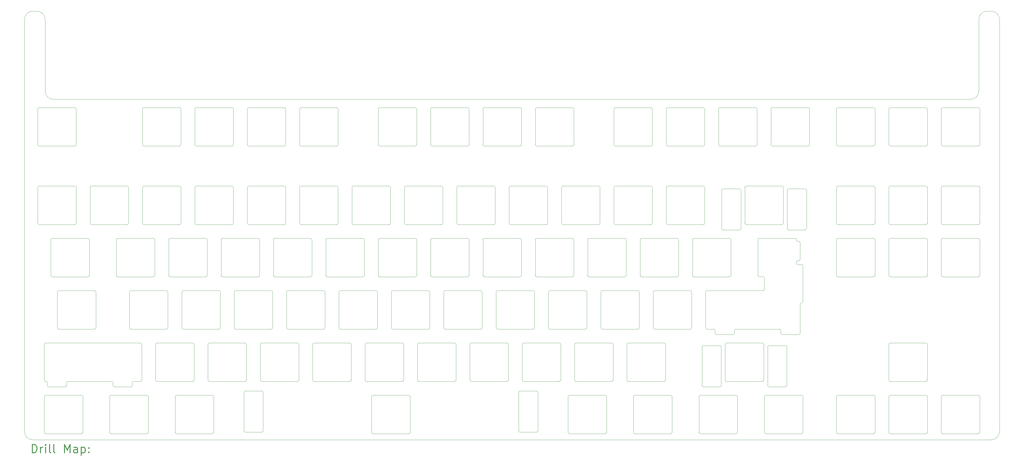
<source format=gbr>
%FSLAX45Y45*%
G04 Gerber Fmt 4.5, Leading zero omitted, Abs format (unit mm)*
G04 Created by KiCad (PCBNEW (5.1.9)-1) date 2021-05-22 18:04:57*
%MOMM*%
%LPD*%
G01*
G04 APERTURE LIST*
%TA.AperFunction,Profile*%
%ADD10C,0.100000*%
%TD*%
%ADD11C,0.200000*%
%ADD12C,0.300000*%
G04 APERTURE END LIST*
D10*
X38202500Y-8878500D02*
G75*
G02*
X37902500Y-9178500I-300000J0D01*
G01*
X38202500Y-6268500D02*
X38202500Y-8878500D01*
X4542500Y-9178500D02*
X37902500Y-9178500D01*
X4542500Y-9178500D02*
G75*
G02*
X4242500Y-8878500I0J300000D01*
G01*
X4242500Y-6268500D02*
X4242500Y-8878500D01*
X3942500Y-5968500D02*
G75*
G02*
X4242500Y-6268500I0J-300000D01*
G01*
X38202500Y-6268500D02*
G75*
G02*
X38502500Y-5968500I300000J0D01*
G01*
X38652500Y-5968500D02*
X38502500Y-5968500D01*
X3792500Y-5968500D02*
X3942500Y-5968500D01*
X38952500Y-6268500D02*
X38952500Y-21278500D01*
X5021075Y-19501000D02*
G75*
G02*
X5071075Y-19451000I50000J0D01*
G01*
X4260875Y-18051000D02*
X7704000Y-18051000D01*
X30997450Y-17596100D02*
X30997450Y-17696000D01*
X31704625Y-16643094D02*
G75*
G02*
X31754625Y-16593094I50000J0D01*
G01*
X29309832Y-17596102D02*
G75*
G02*
X29359832Y-17546102I50000J0D01*
G01*
X29309825Y-17696000D02*
X29309832Y-17596102D01*
X28559732Y-17546102D02*
G75*
G02*
X28609732Y-17596102I0J-50000D01*
G01*
X28609825Y-17696000D02*
X28609732Y-17596102D01*
X30404750Y-16095978D02*
X30404750Y-15687000D01*
X30404750Y-16095978D02*
G75*
G02*
X30354750Y-16145978I-50000J0D01*
G01*
X30354750Y-15637000D02*
X30214750Y-15637000D01*
X30214750Y-15637000D02*
G75*
G02*
X30164750Y-15587000I0J50000D01*
G01*
X30354750Y-15637000D02*
G75*
G02*
X30404750Y-15687000I0J-50000D01*
G01*
X31615000Y-15193500D02*
G75*
G02*
X31565000Y-15143500I0J50000D01*
G01*
X31654625Y-15049700D02*
X31615000Y-15049700D01*
X31565000Y-15099700D02*
G75*
G02*
X31615000Y-15049700I50000J0D01*
G01*
X31615000Y-14350000D02*
G75*
G02*
X31565000Y-14300000I0J50000D01*
G01*
X31565000Y-15143500D02*
X31565000Y-15099700D01*
X31515000Y-14238000D02*
G75*
G02*
X31565000Y-14288000I0J-50000D01*
G01*
X30164750Y-15587000D02*
X30165000Y-14288000D01*
X31565000Y-14288000D02*
X31565000Y-14300000D01*
X30215000Y-14238000D02*
X31515000Y-14238000D01*
X7408675Y-19501000D02*
G75*
G02*
X7458675Y-19451000I50000J0D01*
G01*
X7704000Y-19451000D02*
X7458675Y-19451000D01*
X7408675Y-19601000D02*
X7408675Y-19501000D01*
X6708675Y-19501000D02*
X6708675Y-19601000D01*
X6658675Y-19451000D02*
G75*
G02*
X6708675Y-19501000I0J-50000D01*
G01*
X6658675Y-19451000D02*
X5071075Y-19451000D01*
X5021075Y-19601000D02*
X5021075Y-19501000D01*
X4321075Y-19501000D02*
X4321075Y-19601000D01*
X4260875Y-19451000D02*
X4271075Y-19451000D01*
X4271075Y-19451000D02*
G75*
G02*
X4321075Y-19501000I0J-50000D01*
G01*
X4371075Y-19651000D02*
X4971075Y-19651000D01*
X29309825Y-17696000D02*
G75*
G02*
X29259825Y-17746000I-50000J0D01*
G01*
X31704625Y-17695924D02*
G75*
G02*
X31654625Y-17745924I-50000J0D01*
G01*
X6758675Y-19651000D02*
G75*
G02*
X6708675Y-19601000I0J50000D01*
G01*
X7408675Y-19601000D02*
G75*
G02*
X7358675Y-19651000I-50000J0D01*
G01*
X28659825Y-17746000D02*
X29259825Y-17746000D01*
X6758675Y-19651000D02*
X7358675Y-19651000D01*
X31047425Y-17746000D02*
G75*
G02*
X30997425Y-17696000I0J50000D01*
G01*
X5021075Y-19601000D02*
G75*
G02*
X4971075Y-19651000I-50000J0D01*
G01*
X4371075Y-19651000D02*
G75*
G02*
X4321075Y-19601000I0J50000D01*
G01*
X28659825Y-17746000D02*
G75*
G02*
X28609825Y-17696000I0J50000D01*
G01*
X30947450Y-17546100D02*
G75*
G02*
X30997450Y-17596100I0J-50000D01*
G01*
X31047610Y-17745962D02*
X31654625Y-17745924D01*
X29359832Y-17546102D02*
X30947450Y-17546100D01*
X31654625Y-14349700D02*
X31615000Y-14350000D01*
X27785250Y-14291000D02*
G75*
G02*
X27835250Y-14241000I50000J0D01*
G01*
X29185250Y-15591000D02*
G75*
G02*
X29135250Y-15641000I-50000J0D01*
G01*
X34929000Y-14291000D02*
X34929000Y-15591000D01*
X34424000Y-15591000D02*
G75*
G02*
X34374000Y-15641000I-50000J0D01*
G01*
X31704625Y-16643094D02*
X31704625Y-17695924D01*
X36329000Y-15591000D02*
G75*
G02*
X36279000Y-15641000I-50000J0D01*
G01*
X30165000Y-14288000D02*
G75*
G02*
X30215000Y-14238000I50000J0D01*
G01*
X31754625Y-15193500D02*
X31615000Y-15193500D01*
X36279000Y-14241000D02*
G75*
G02*
X36329000Y-14291000I0J-50000D01*
G01*
X36329000Y-14291000D02*
X36329000Y-15591000D01*
X31654625Y-14349700D02*
G75*
G02*
X31704625Y-14399700I0J-50000D01*
G01*
X31704625Y-14399700D02*
X31704625Y-14999700D01*
X31804625Y-16543094D02*
G75*
G02*
X31754625Y-16593094I-50000J0D01*
G01*
X34424000Y-14291000D02*
X34424000Y-15591000D01*
X33074000Y-15641000D02*
X34374000Y-15641000D01*
X31704625Y-14999700D02*
G75*
G02*
X31654625Y-15049700I-50000J0D01*
G01*
X31804625Y-15243500D02*
X31804625Y-16543094D01*
X29135250Y-14241000D02*
G75*
G02*
X29185250Y-14291000I0J-50000D01*
G01*
X34929000Y-14291000D02*
G75*
G02*
X34979000Y-14241000I50000J0D01*
G01*
X27835250Y-15641000D02*
G75*
G02*
X27785250Y-15591000I0J50000D01*
G01*
X33074000Y-15641000D02*
G75*
G02*
X33024000Y-15591000I0J50000D01*
G01*
X31754625Y-15193500D02*
G75*
G02*
X31804625Y-15243500I0J-50000D01*
G01*
X34979000Y-15641000D02*
X36279000Y-15641000D01*
X33024000Y-14291000D02*
X33024000Y-15591000D01*
X36884000Y-14241000D02*
X38184000Y-14241000D01*
X36884000Y-15641000D02*
G75*
G02*
X36834000Y-15591000I0J50000D01*
G01*
X38184000Y-14241000D02*
G75*
G02*
X38234000Y-14291000I0J-50000D01*
G01*
X34374000Y-14241000D02*
G75*
G02*
X34424000Y-14291000I0J-50000D01*
G01*
X36834000Y-14291000D02*
G75*
G02*
X36884000Y-14241000I50000J0D01*
G01*
X34979000Y-15641000D02*
G75*
G02*
X34929000Y-15591000I0J50000D01*
G01*
X38234000Y-14291000D02*
X38234000Y-15591000D01*
X33074000Y-14241000D02*
X34374000Y-14241000D01*
X36834000Y-14291000D02*
X36834000Y-15591000D01*
X36884000Y-15641000D02*
X38184000Y-15641000D01*
X34979000Y-14241000D02*
X36279000Y-14241000D01*
X33024000Y-14291000D02*
G75*
G02*
X33074000Y-14241000I50000J0D01*
G01*
X27230250Y-14241000D02*
G75*
G02*
X27280250Y-14291000I0J-50000D01*
G01*
X20215250Y-15641000D02*
X21515250Y-15641000D01*
X18260250Y-14291000D02*
G75*
G02*
X18310250Y-14241000I50000J0D01*
G01*
X25880250Y-14291000D02*
X25880250Y-15591000D01*
X19610250Y-14241000D02*
G75*
G02*
X19660250Y-14291000I0J-50000D01*
G01*
X19660250Y-14291000D02*
X19660250Y-15591000D01*
X16355250Y-14291000D02*
G75*
G02*
X16405250Y-14241000I50000J0D01*
G01*
X16405250Y-14241000D02*
X17705250Y-14241000D01*
X20165250Y-14291000D02*
X20165250Y-15591000D01*
X20215250Y-15641000D02*
G75*
G02*
X20165250Y-15591000I0J50000D01*
G01*
X17705250Y-14241000D02*
G75*
G02*
X17755250Y-14291000I0J-50000D01*
G01*
X24025250Y-14241000D02*
X25325250Y-14241000D01*
X25930250Y-15641000D02*
G75*
G02*
X25880250Y-15591000I0J50000D01*
G01*
X27835250Y-14241000D02*
X29135250Y-14241000D01*
X20165250Y-14291000D02*
G75*
G02*
X20215250Y-14241000I50000J0D01*
G01*
X16405250Y-15641000D02*
G75*
G02*
X16355250Y-15591000I0J50000D01*
G01*
X25930250Y-14241000D02*
X27230250Y-14241000D01*
X23420250Y-14241000D02*
G75*
G02*
X23470250Y-14291000I0J-50000D01*
G01*
X14450250Y-14291000D02*
G75*
G02*
X14500250Y-14241000I50000J0D01*
G01*
X16355250Y-14291000D02*
X16355250Y-15591000D01*
X12545250Y-14291000D02*
G75*
G02*
X12595250Y-14241000I50000J0D01*
G01*
X15850250Y-15591000D02*
G75*
G02*
X15800250Y-15641000I-50000J0D01*
G01*
X16405250Y-15641000D02*
X17705250Y-15641000D01*
X27280250Y-14291000D02*
X27280250Y-15591000D01*
X21565250Y-15591000D02*
G75*
G02*
X21515250Y-15641000I-50000J0D01*
G01*
X14500250Y-14241000D02*
X15800250Y-14241000D01*
X21565250Y-14291000D02*
X21565250Y-15591000D01*
X18310250Y-15641000D02*
G75*
G02*
X18260250Y-15591000I0J50000D01*
G01*
X20215250Y-14241000D02*
X21515250Y-14241000D01*
X12595250Y-15641000D02*
G75*
G02*
X12545250Y-15591000I0J50000D01*
G01*
X27785250Y-14291000D02*
X27785250Y-15591000D01*
X14500250Y-15641000D02*
X15800250Y-15641000D01*
X23470250Y-14291000D02*
X23470250Y-15591000D01*
X25880250Y-14291000D02*
G75*
G02*
X25930250Y-14241000I50000J0D01*
G01*
X25930250Y-15641000D02*
X27230250Y-15641000D01*
X25375250Y-15591000D02*
G75*
G02*
X25325250Y-15641000I-50000J0D01*
G01*
X24025250Y-15641000D02*
G75*
G02*
X23975250Y-15591000I0J50000D01*
G01*
X13895250Y-14241000D02*
G75*
G02*
X13945250Y-14291000I0J-50000D01*
G01*
X25325250Y-14241000D02*
G75*
G02*
X25375250Y-14291000I0J-50000D01*
G01*
X14500250Y-15641000D02*
G75*
G02*
X14450250Y-15591000I0J50000D01*
G01*
X22120250Y-15641000D02*
X23420250Y-15641000D01*
X21515250Y-14241000D02*
G75*
G02*
X21565250Y-14291000I0J-50000D01*
G01*
X23975250Y-14291000D02*
G75*
G02*
X24025250Y-14241000I50000J0D01*
G01*
X25375250Y-14291000D02*
X25375250Y-15591000D01*
X19660250Y-15591000D02*
G75*
G02*
X19610250Y-15641000I-50000J0D01*
G01*
X23975250Y-14291000D02*
X23975250Y-15591000D01*
X24025250Y-15641000D02*
X25325250Y-15641000D01*
X23470250Y-15591000D02*
G75*
G02*
X23420250Y-15641000I-50000J0D01*
G01*
X18260250Y-14291000D02*
X18260250Y-15591000D01*
X17755250Y-15591000D02*
G75*
G02*
X17705250Y-15641000I-50000J0D01*
G01*
X17755250Y-14291000D02*
X17755250Y-15591000D01*
X22120250Y-15641000D02*
G75*
G02*
X22070250Y-15591000I0J50000D01*
G01*
X22070250Y-14291000D02*
X22070250Y-15591000D01*
X22120250Y-14241000D02*
X23420250Y-14241000D01*
X15800250Y-14241000D02*
G75*
G02*
X15850250Y-14291000I0J-50000D01*
G01*
X15850250Y-14291000D02*
X15850250Y-15591000D01*
X13945250Y-15591000D02*
G75*
G02*
X13895250Y-15641000I-50000J0D01*
G01*
X18310250Y-14241000D02*
X19610250Y-14241000D01*
X29185250Y-14291000D02*
X29185250Y-15591000D01*
X14450250Y-14291000D02*
X14450250Y-15591000D01*
X27835250Y-15641000D02*
X29135250Y-15641000D01*
X18310250Y-15641000D02*
X19610250Y-15641000D01*
X22070250Y-14291000D02*
G75*
G02*
X22120250Y-14241000I50000J0D01*
G01*
X27280250Y-15591000D02*
G75*
G02*
X27230250Y-15641000I-50000J0D01*
G01*
X12040250Y-15591000D02*
G75*
G02*
X11990250Y-15641000I-50000J0D01*
G01*
X34979000Y-13736000D02*
G75*
G02*
X34929000Y-13686000I0J50000D01*
G01*
X10690250Y-15641000D02*
G75*
G02*
X10640250Y-15591000I0J50000D01*
G01*
X11990250Y-14241000D02*
G75*
G02*
X12040250Y-14291000I0J-50000D01*
G01*
X10640250Y-14291000D02*
G75*
G02*
X10690250Y-14241000I50000J0D01*
G01*
X6880250Y-15641000D02*
X8180250Y-15641000D01*
X34979000Y-13736000D02*
X36279000Y-13736000D01*
X5799000Y-14241000D02*
G75*
G02*
X5849000Y-14291000I0J-50000D01*
G01*
X12040250Y-14291000D02*
X12040250Y-15591000D01*
X8180250Y-14241000D02*
G75*
G02*
X8230250Y-14291000I0J-50000D01*
G01*
X6830250Y-14291000D02*
X6830250Y-15591000D01*
X10640250Y-14291000D02*
X10640250Y-15591000D01*
X36329000Y-13686000D02*
G75*
G02*
X36279000Y-13736000I-50000J0D01*
G01*
X10690250Y-15641000D02*
X11990250Y-15641000D01*
X8785250Y-15641000D02*
G75*
G02*
X8735250Y-15591000I0J50000D01*
G01*
X10135250Y-14291000D02*
X10135250Y-15591000D01*
X5849000Y-15591000D02*
G75*
G02*
X5799000Y-15641000I-50000J0D01*
G01*
X4499000Y-15641000D02*
X5799000Y-15641000D01*
X34979000Y-12336000D02*
X36279000Y-12336000D01*
X4499000Y-15641000D02*
G75*
G02*
X4449000Y-15591000I0J50000D01*
G01*
X36884000Y-13736000D02*
X38184000Y-13736000D01*
X4449000Y-14291000D02*
G75*
G02*
X4499000Y-14241000I50000J0D01*
G01*
X34424000Y-12386000D02*
X34424000Y-13686000D01*
X33074000Y-12336000D02*
X34374000Y-12336000D01*
X10690250Y-14241000D02*
X11990250Y-14241000D01*
X38184000Y-12336000D02*
G75*
G02*
X38234000Y-12386000I0J-50000D01*
G01*
X10135250Y-15591000D02*
G75*
G02*
X10085250Y-15641000I-50000J0D01*
G01*
X34424000Y-13686000D02*
G75*
G02*
X34374000Y-13736000I-50000J0D01*
G01*
X6880250Y-15641000D02*
G75*
G02*
X6830250Y-15591000I0J50000D01*
G01*
X38234000Y-12386000D02*
X38234000Y-13686000D01*
X10085250Y-14241000D02*
G75*
G02*
X10135250Y-14291000I0J-50000D01*
G01*
X36884000Y-13736000D02*
G75*
G02*
X36834000Y-13686000I0J50000D01*
G01*
X36884000Y-12336000D02*
X38184000Y-12336000D01*
X8785250Y-15641000D02*
X10085250Y-15641000D01*
X8230250Y-14291000D02*
X8230250Y-15591000D01*
X8230250Y-15591000D02*
G75*
G02*
X8180250Y-15641000I-50000J0D01*
G01*
X36834000Y-12386000D02*
X36834000Y-13686000D01*
X28846450Y-12486000D02*
G75*
G02*
X28896450Y-12436000I50000J0D01*
G01*
X8785250Y-14241000D02*
X10085250Y-14241000D01*
X5849000Y-14291000D02*
X5849000Y-15591000D01*
X36279000Y-12336000D02*
G75*
G02*
X36329000Y-12386000I0J-50000D01*
G01*
X33024000Y-12386000D02*
G75*
G02*
X33074000Y-12336000I50000J0D01*
G01*
X28896450Y-13936000D02*
G75*
G02*
X28846450Y-13886000I0J50000D01*
G01*
X29496450Y-12436000D02*
G75*
G02*
X29546450Y-12486000I0J-50000D01*
G01*
X33074000Y-13736000D02*
G75*
G02*
X33024000Y-13686000I0J50000D01*
G01*
X33024000Y-12386000D02*
X33024000Y-13686000D01*
X34929000Y-12386000D02*
G75*
G02*
X34979000Y-12336000I50000J0D01*
G01*
X8735250Y-14291000D02*
G75*
G02*
X8785250Y-14241000I50000J0D01*
G01*
X6830250Y-14291000D02*
G75*
G02*
X6880250Y-14241000I50000J0D01*
G01*
X6880250Y-14241000D02*
X8180250Y-14241000D01*
X33074000Y-13736000D02*
X34374000Y-13736000D01*
X36329000Y-12386000D02*
X36329000Y-13686000D01*
X8735250Y-14291000D02*
X8735250Y-15591000D01*
X4449000Y-14291000D02*
X4449000Y-15591000D01*
X4499000Y-14241000D02*
X5799000Y-14241000D01*
X36834000Y-12386000D02*
G75*
G02*
X36884000Y-12336000I50000J0D01*
G01*
X34374000Y-12336000D02*
G75*
G02*
X34424000Y-12386000I0J-50000D01*
G01*
X38234000Y-13686000D02*
G75*
G02*
X38184000Y-13736000I-50000J0D01*
G01*
X29546450Y-13886000D02*
G75*
G02*
X29496450Y-13936000I-50000J0D01*
G01*
X34929000Y-12386000D02*
X34929000Y-13686000D01*
X13945250Y-14291000D02*
X13945250Y-15591000D01*
X12545250Y-14291000D02*
X12545250Y-15591000D01*
X12595250Y-15641000D02*
X13895250Y-15641000D01*
X12595250Y-14241000D02*
X13895250Y-14241000D01*
X21117750Y-12386000D02*
G75*
G02*
X21167750Y-12336000I50000J0D01*
G01*
X23022750Y-12386000D02*
G75*
G02*
X23072750Y-12336000I50000J0D01*
G01*
X21117750Y-12386000D02*
X21117750Y-13686000D01*
X23072750Y-13736000D02*
X24372750Y-13736000D01*
X29740250Y-12336000D02*
X31040250Y-12336000D01*
X20612750Y-13686000D02*
G75*
G02*
X20562750Y-13736000I-50000J0D01*
G01*
X26327750Y-13686000D02*
G75*
G02*
X26277750Y-13736000I-50000J0D01*
G01*
X26327750Y-12386000D02*
X26327750Y-13686000D01*
X26882750Y-12336000D02*
X28182750Y-12336000D01*
X26277750Y-12336000D02*
G75*
G02*
X26327750Y-12386000I0J-50000D01*
G01*
X21167750Y-13736000D02*
G75*
G02*
X21117750Y-13686000I0J50000D01*
G01*
X18657750Y-12336000D02*
G75*
G02*
X18707750Y-12386000I0J-50000D01*
G01*
X22517750Y-12386000D02*
X22517750Y-13686000D01*
X28896450Y-12436000D02*
X29496450Y-12436000D01*
X31234050Y-12486000D02*
G75*
G02*
X31284050Y-12436000I50000J0D01*
G01*
X31284050Y-12436000D02*
X31884050Y-12436000D01*
X31090250Y-12386000D02*
X31090250Y-13686000D01*
X24422750Y-13686000D02*
G75*
G02*
X24372750Y-13736000I-50000J0D01*
G01*
X20562750Y-12336000D02*
G75*
G02*
X20612750Y-12386000I0J-50000D01*
G01*
X29740250Y-13736000D02*
G75*
G02*
X29690250Y-13686000I0J50000D01*
G01*
X29740250Y-13736000D02*
X31040250Y-13736000D01*
X28232750Y-12386000D02*
X28232750Y-13686000D01*
X26882750Y-13736000D02*
X28182750Y-13736000D01*
X24977750Y-13736000D02*
G75*
G02*
X24927750Y-13686000I0J50000D01*
G01*
X22467750Y-12336000D02*
G75*
G02*
X22517750Y-12386000I0J-50000D01*
G01*
X21167750Y-12336000D02*
X22467750Y-12336000D01*
X24927750Y-12386000D02*
X24927750Y-13686000D01*
X24977750Y-12336000D02*
X26277750Y-12336000D01*
X28182750Y-12336000D02*
G75*
G02*
X28232750Y-12386000I0J-50000D01*
G01*
X23072750Y-13736000D02*
G75*
G02*
X23022750Y-13686000I0J50000D01*
G01*
X26832750Y-12386000D02*
G75*
G02*
X26882750Y-12336000I50000J0D01*
G01*
X29690250Y-12386000D02*
X29690250Y-13686000D01*
X26882750Y-13736000D02*
G75*
G02*
X26832750Y-13686000I0J50000D01*
G01*
X22517750Y-13686000D02*
G75*
G02*
X22467750Y-13736000I-50000J0D01*
G01*
X19262750Y-13736000D02*
G75*
G02*
X19212750Y-13686000I0J50000D01*
G01*
X26832750Y-12386000D02*
X26832750Y-13686000D01*
X24372750Y-12336000D02*
G75*
G02*
X24422750Y-12386000I0J-50000D01*
G01*
X23022750Y-12386000D02*
X23022750Y-13686000D01*
X19212750Y-12386000D02*
X19212750Y-13686000D01*
X31934050Y-12486000D02*
X31934050Y-13886000D01*
X31090250Y-13686000D02*
G75*
G02*
X31040250Y-13736000I-50000J0D01*
G01*
X24422750Y-12386000D02*
X24422750Y-13686000D01*
X24977750Y-13736000D02*
X26277750Y-13736000D01*
X21167750Y-13736000D02*
X22467750Y-13736000D01*
X19212750Y-12386000D02*
G75*
G02*
X19262750Y-12336000I50000J0D01*
G01*
X20612750Y-12386000D02*
X20612750Y-13686000D01*
X17357750Y-13736000D02*
G75*
G02*
X17307750Y-13686000I0J50000D01*
G01*
X17307750Y-12386000D02*
G75*
G02*
X17357750Y-12336000I50000J0D01*
G01*
X31284050Y-13936000D02*
G75*
G02*
X31234050Y-13886000I0J50000D01*
G01*
X24927750Y-12386000D02*
G75*
G02*
X24977750Y-12336000I50000J0D01*
G01*
X23072750Y-12336000D02*
X24372750Y-12336000D01*
X31234050Y-12486000D02*
X31234050Y-13886000D01*
X19262750Y-13736000D02*
X20562750Y-13736000D01*
X18707750Y-13686000D02*
G75*
G02*
X18657750Y-13736000I-50000J0D01*
G01*
X29546450Y-12486000D02*
X29546450Y-13886000D01*
X28846450Y-12486000D02*
X28846450Y-13886000D01*
X19262750Y-12336000D02*
X20562750Y-12336000D01*
X31040250Y-12336000D02*
G75*
G02*
X31090250Y-12386000I0J-50000D01*
G01*
X28896450Y-13936000D02*
X29496450Y-13936000D01*
X31934050Y-13886000D02*
G75*
G02*
X31884050Y-13936000I-50000J0D01*
G01*
X31884050Y-12436000D02*
G75*
G02*
X31934050Y-12486000I0J-50000D01*
G01*
X31284050Y-13936000D02*
X31884050Y-13936000D01*
X29690250Y-12386000D02*
G75*
G02*
X29740250Y-12336000I50000J0D01*
G01*
X28232750Y-13686000D02*
G75*
G02*
X28182750Y-13736000I-50000J0D01*
G01*
X9182750Y-13686000D02*
G75*
G02*
X9132750Y-13736000I-50000J0D01*
G01*
X38234000Y-10828500D02*
G75*
G02*
X38184000Y-10878500I-50000J0D01*
G01*
X5927750Y-13736000D02*
X7227750Y-13736000D01*
X5322750Y-12336000D02*
G75*
G02*
X5372750Y-12386000I0J-50000D01*
G01*
X3972750Y-12386000D02*
G75*
G02*
X4022750Y-12336000I50000J0D01*
G01*
X17307750Y-12386000D02*
X17307750Y-13686000D01*
X13497750Y-12386000D02*
X13497750Y-13686000D01*
X13547750Y-12336000D02*
X14847750Y-12336000D01*
X14897750Y-13686000D02*
G75*
G02*
X14847750Y-13736000I-50000J0D01*
G01*
X7227750Y-12336000D02*
G75*
G02*
X7277750Y-12386000I0J-50000D01*
G01*
X16802750Y-12386000D02*
X16802750Y-13686000D01*
X38184000Y-9478500D02*
G75*
G02*
X38234000Y-9528500I0J-50000D01*
G01*
X17357750Y-12336000D02*
X18657750Y-12336000D01*
X15452750Y-13736000D02*
X16752750Y-13736000D01*
X5877750Y-12386000D02*
G75*
G02*
X5927750Y-12336000I50000J0D01*
G01*
X12992750Y-12386000D02*
X12992750Y-13686000D01*
X15402750Y-12386000D02*
G75*
G02*
X15452750Y-12336000I50000J0D01*
G01*
X15452750Y-12336000D02*
X16752750Y-12336000D01*
X11642750Y-12336000D02*
X12942750Y-12336000D01*
X7832750Y-13736000D02*
X9132750Y-13736000D01*
X9737750Y-13736000D02*
X11037750Y-13736000D01*
X14847750Y-12336000D02*
G75*
G02*
X14897750Y-12386000I0J-50000D01*
G01*
X14897750Y-12386000D02*
X14897750Y-13686000D01*
X9182750Y-12386000D02*
X9182750Y-13686000D01*
X7782750Y-12386000D02*
G75*
G02*
X7832750Y-12336000I50000J0D01*
G01*
X11592750Y-12386000D02*
X11592750Y-13686000D01*
X11642750Y-13736000D02*
X12942750Y-13736000D01*
X11037750Y-12336000D02*
G75*
G02*
X11087750Y-12386000I0J-50000D01*
G01*
X11087750Y-13686000D02*
G75*
G02*
X11037750Y-13736000I-50000J0D01*
G01*
X9687750Y-12386000D02*
G75*
G02*
X9737750Y-12336000I50000J0D01*
G01*
X5927750Y-13736000D02*
G75*
G02*
X5877750Y-13686000I0J50000D01*
G01*
X5877750Y-12386000D02*
X5877750Y-13686000D01*
X36884000Y-10878500D02*
G75*
G02*
X36834000Y-10828500I0J50000D01*
G01*
X9737750Y-12336000D02*
X11037750Y-12336000D01*
X4022750Y-13736000D02*
X5322750Y-13736000D01*
X7277750Y-13686000D02*
G75*
G02*
X7227750Y-13736000I-50000J0D01*
G01*
X15452750Y-13736000D02*
G75*
G02*
X15402750Y-13686000I0J50000D01*
G01*
X15402750Y-12386000D02*
X15402750Y-13686000D01*
X13497750Y-12386000D02*
G75*
G02*
X13547750Y-12336000I50000J0D01*
G01*
X11087750Y-12386000D02*
X11087750Y-13686000D01*
X36834000Y-9528500D02*
G75*
G02*
X36884000Y-9478500I50000J0D01*
G01*
X4022750Y-12336000D02*
X5322750Y-12336000D01*
X5372750Y-13686000D02*
G75*
G02*
X5322750Y-13736000I-50000J0D01*
G01*
X9687750Y-12386000D02*
X9687750Y-13686000D01*
X9132750Y-12336000D02*
G75*
G02*
X9182750Y-12386000I0J-50000D01*
G01*
X12992750Y-13686000D02*
G75*
G02*
X12942750Y-13736000I-50000J0D01*
G01*
X7832750Y-13736000D02*
G75*
G02*
X7782750Y-13686000I0J50000D01*
G01*
X5927750Y-12336000D02*
X7227750Y-12336000D01*
X4022750Y-13736000D02*
G75*
G02*
X3972750Y-13686000I0J50000D01*
G01*
X7832750Y-12336000D02*
X9132750Y-12336000D01*
X11592750Y-12386000D02*
G75*
G02*
X11642750Y-12336000I50000J0D01*
G01*
X18707750Y-12386000D02*
X18707750Y-13686000D01*
X7782750Y-12386000D02*
X7782750Y-13686000D01*
X16752750Y-12336000D02*
G75*
G02*
X16802750Y-12386000I0J-50000D01*
G01*
X9737750Y-13736000D02*
G75*
G02*
X9687750Y-13686000I0J50000D01*
G01*
X17357750Y-13736000D02*
X18657750Y-13736000D01*
X16802750Y-13686000D02*
G75*
G02*
X16752750Y-13736000I-50000J0D01*
G01*
X12942750Y-12336000D02*
G75*
G02*
X12992750Y-12386000I0J-50000D01*
G01*
X13547750Y-13736000D02*
G75*
G02*
X13497750Y-13686000I0J50000D01*
G01*
X11642750Y-13736000D02*
G75*
G02*
X11592750Y-13686000I0J50000D01*
G01*
X7277750Y-12386000D02*
X7277750Y-13686000D01*
X3972750Y-12386000D02*
X3972750Y-13686000D01*
X5372750Y-12386000D02*
X5372750Y-13686000D01*
X13547750Y-13736000D02*
X14847750Y-13736000D01*
X34979000Y-9478500D02*
X36279000Y-9478500D01*
X33024000Y-9528500D02*
G75*
G02*
X33074000Y-9478500I50000J0D01*
G01*
X34979000Y-10878500D02*
X36279000Y-10878500D01*
X32042750Y-10828500D02*
G75*
G02*
X31992750Y-10878500I-50000J0D01*
G01*
X38234000Y-9528500D02*
X38234000Y-10828500D01*
X36884000Y-9478500D02*
X38184000Y-9478500D01*
X34979000Y-10878500D02*
G75*
G02*
X34929000Y-10828500I0J50000D01*
G01*
X36329000Y-9528500D02*
X36329000Y-10828500D01*
X34424000Y-10828500D02*
G75*
G02*
X34374000Y-10878500I-50000J0D01*
G01*
X26882750Y-10878500D02*
X28182750Y-10878500D01*
X24927750Y-9528500D02*
X24927750Y-10828500D01*
X33074000Y-10878500D02*
X34374000Y-10878500D01*
X26832750Y-9528500D02*
X26832750Y-10828500D01*
X32042750Y-9528500D02*
X32042750Y-10828500D01*
X24977750Y-10878500D02*
G75*
G02*
X24927750Y-10828500I0J50000D01*
G01*
X30137750Y-9528500D02*
X30137750Y-10828500D01*
X34374000Y-9478500D02*
G75*
G02*
X34424000Y-9528500I0J-50000D01*
G01*
X24927750Y-9528500D02*
G75*
G02*
X24977750Y-9478500I50000J0D01*
G01*
X33024000Y-9528500D02*
X33024000Y-10828500D01*
X30692750Y-10878500D02*
G75*
G02*
X30642750Y-10828500I0J50000D01*
G01*
X33074000Y-10878500D02*
G75*
G02*
X33024000Y-10828500I0J50000D01*
G01*
X21565250Y-10828500D02*
G75*
G02*
X21515250Y-10878500I-50000J0D01*
G01*
X34929000Y-9528500D02*
G75*
G02*
X34979000Y-9478500I50000J0D01*
G01*
X30692750Y-9478500D02*
X31992750Y-9478500D01*
X34929000Y-9528500D02*
X34929000Y-10828500D01*
X30642750Y-9528500D02*
G75*
G02*
X30692750Y-9478500I50000J0D01*
G01*
X28182750Y-9478500D02*
G75*
G02*
X28232750Y-9528500I0J-50000D01*
G01*
X28737750Y-9528500D02*
G75*
G02*
X28787750Y-9478500I50000J0D01*
G01*
X26327750Y-10828500D02*
G75*
G02*
X26277750Y-10878500I-50000J0D01*
G01*
X22120250Y-10878500D02*
X23420250Y-10878500D01*
X36834000Y-9528500D02*
X36834000Y-10828500D01*
X30642750Y-9528500D02*
X30642750Y-10828500D01*
X36884000Y-10878500D02*
X38184000Y-10878500D01*
X33074000Y-9478500D02*
X34374000Y-9478500D01*
X23470250Y-9528500D02*
X23470250Y-10828500D01*
X34424000Y-9528500D02*
X34424000Y-10828500D01*
X30137750Y-10828500D02*
G75*
G02*
X30087750Y-10878500I-50000J0D01*
G01*
X26832750Y-9528500D02*
G75*
G02*
X26882750Y-9478500I50000J0D01*
G01*
X28787750Y-10878500D02*
X30087750Y-10878500D01*
X28232750Y-10828500D02*
G75*
G02*
X28182750Y-10878500I-50000J0D01*
G01*
X22120250Y-10878500D02*
G75*
G02*
X22070250Y-10828500I0J50000D01*
G01*
X20215250Y-10878500D02*
G75*
G02*
X20165250Y-10828500I0J50000D01*
G01*
X22120250Y-9478500D02*
X23420250Y-9478500D01*
X23420250Y-9478500D02*
G75*
G02*
X23470250Y-9528500I0J-50000D01*
G01*
X31992750Y-9478500D02*
G75*
G02*
X32042750Y-9528500I0J-50000D01*
G01*
X30087750Y-9478500D02*
G75*
G02*
X30137750Y-9528500I0J-50000D01*
G01*
X24977750Y-9478500D02*
X26277750Y-9478500D01*
X28737750Y-9528500D02*
X28737750Y-10828500D01*
X26327750Y-9528500D02*
X26327750Y-10828500D01*
X30692750Y-10878500D02*
X31992750Y-10878500D01*
X28787750Y-10878500D02*
G75*
G02*
X28737750Y-10828500I0J50000D01*
G01*
X26882750Y-10878500D02*
G75*
G02*
X26832750Y-10828500I0J50000D01*
G01*
X28232750Y-9528500D02*
X28232750Y-10828500D01*
X23470250Y-10828500D02*
G75*
G02*
X23420250Y-10878500I-50000J0D01*
G01*
X26277750Y-9478500D02*
G75*
G02*
X26327750Y-9528500I0J-50000D01*
G01*
X22070250Y-9528500D02*
X22070250Y-10828500D01*
X22070250Y-9528500D02*
G75*
G02*
X22120250Y-9478500I50000J0D01*
G01*
X20165250Y-9528500D02*
G75*
G02*
X20215250Y-9478500I50000J0D01*
G01*
X24977750Y-10878500D02*
X26277750Y-10878500D01*
X21515250Y-9478500D02*
G75*
G02*
X21565250Y-9528500I0J-50000D01*
G01*
X36329000Y-10828500D02*
G75*
G02*
X36279000Y-10878500I-50000J0D01*
G01*
X28787750Y-9478500D02*
X30087750Y-9478500D01*
X26882750Y-9478500D02*
X28182750Y-9478500D01*
X36279000Y-9478500D02*
G75*
G02*
X36329000Y-9528500I0J-50000D01*
G01*
X14847750Y-9478500D02*
G75*
G02*
X14897750Y-9528500I0J-50000D01*
G01*
X9182750Y-9528500D02*
X9182750Y-10828500D01*
X4022750Y-10878500D02*
G75*
G02*
X3972750Y-10828500I0J50000D01*
G01*
X19660250Y-9528500D02*
X19660250Y-10828500D01*
X18310250Y-9478500D02*
X19610250Y-9478500D01*
X5372750Y-10828500D02*
G75*
G02*
X5322750Y-10878500I-50000J0D01*
G01*
X5322750Y-9478500D02*
G75*
G02*
X5372750Y-9528500I0J-50000D01*
G01*
X7782750Y-9528500D02*
G75*
G02*
X7832750Y-9478500I50000J0D01*
G01*
X9737750Y-9478500D02*
X11037750Y-9478500D01*
X11592750Y-9528500D02*
X11592750Y-10828500D01*
X14897750Y-10828500D02*
G75*
G02*
X14847750Y-10878500I-50000J0D01*
G01*
X21565250Y-9528500D02*
X21565250Y-10828500D01*
X7832750Y-10878500D02*
G75*
G02*
X7782750Y-10828500I0J50000D01*
G01*
X4022750Y-9478500D02*
X5322750Y-9478500D01*
X20165250Y-9528500D02*
X20165250Y-10828500D01*
X17755250Y-9528500D02*
X17755250Y-10828500D01*
X13497750Y-9528500D02*
X13497750Y-10828500D01*
X11087750Y-10828500D02*
G75*
G02*
X11037750Y-10878500I-50000J0D01*
G01*
X20215250Y-10878500D02*
X21515250Y-10878500D01*
X20215250Y-9478500D02*
X21515250Y-9478500D01*
X19660250Y-10828500D02*
G75*
G02*
X19610250Y-10878500I-50000J0D01*
G01*
X16405250Y-9478500D02*
X17705250Y-9478500D01*
X9737750Y-10878500D02*
X11037750Y-10878500D01*
X9132750Y-9478500D02*
G75*
G02*
X9182750Y-9528500I0J-50000D01*
G01*
X7832750Y-9478500D02*
X9132750Y-9478500D01*
X7782750Y-9528500D02*
X7782750Y-10828500D01*
X16355250Y-9528500D02*
G75*
G02*
X16405250Y-9478500I50000J0D01*
G01*
X16405250Y-10878500D02*
X17705250Y-10878500D01*
X13547750Y-10878500D02*
G75*
G02*
X13497750Y-10828500I0J50000D01*
G01*
X11037750Y-9478500D02*
G75*
G02*
X11087750Y-9528500I0J-50000D01*
G01*
X19610250Y-9478500D02*
G75*
G02*
X19660250Y-9528500I0J-50000D01*
G01*
X13497750Y-9528500D02*
G75*
G02*
X13547750Y-9478500I50000J0D01*
G01*
X18260250Y-9528500D02*
X18260250Y-10828500D01*
X14897750Y-9528500D02*
X14897750Y-10828500D01*
X18310250Y-10878500D02*
X19610250Y-10878500D01*
X12992750Y-10828500D02*
G75*
G02*
X12942750Y-10878500I-50000J0D01*
G01*
X16405250Y-10878500D02*
G75*
G02*
X16355250Y-10828500I0J50000D01*
G01*
X11087750Y-9528500D02*
X11087750Y-10828500D01*
X9182750Y-10828500D02*
G75*
G02*
X9132750Y-10878500I-50000J0D01*
G01*
X17705250Y-9478500D02*
G75*
G02*
X17755250Y-9528500I0J-50000D01*
G01*
X13547750Y-10878500D02*
X14847750Y-10878500D01*
X7832750Y-10878500D02*
X9132750Y-10878500D01*
X13547750Y-9478500D02*
X14847750Y-9478500D01*
X12992750Y-9528500D02*
X12992750Y-10828500D01*
X11642750Y-10878500D02*
X12942750Y-10878500D01*
X3972750Y-9528500D02*
G75*
G02*
X4022750Y-9478500I50000J0D01*
G01*
X4022750Y-10878500D02*
X5322750Y-10878500D01*
X11642750Y-10878500D02*
G75*
G02*
X11592750Y-10828500I0J50000D01*
G01*
X11592750Y-9528500D02*
G75*
G02*
X11642750Y-9478500I50000J0D01*
G01*
X11642750Y-9478500D02*
X12942750Y-9478500D01*
X9687750Y-9528500D02*
X9687750Y-10828500D01*
X12942750Y-9478500D02*
G75*
G02*
X12992750Y-9528500I0J-50000D01*
G01*
X9687750Y-9528500D02*
G75*
G02*
X9737750Y-9478500I50000J0D01*
G01*
X3972750Y-9528500D02*
X3972750Y-10828500D01*
X18310250Y-10878500D02*
G75*
G02*
X18260250Y-10828500I0J50000D01*
G01*
X18260250Y-9528500D02*
G75*
G02*
X18310250Y-9478500I50000J0D01*
G01*
X17755250Y-10828500D02*
G75*
G02*
X17705250Y-10878500I-50000J0D01*
G01*
X5372750Y-9528500D02*
X5372750Y-10828500D01*
X9737750Y-10878500D02*
G75*
G02*
X9687750Y-10828500I0J50000D01*
G01*
X16355250Y-9528500D02*
X16355250Y-10828500D01*
X14371500Y-16146000D02*
G75*
G02*
X14421500Y-16196000I0J-50000D01*
G01*
X6037125Y-16146000D02*
G75*
G02*
X6087125Y-16196000I0J-50000D01*
G01*
X13071500Y-16146000D02*
X14371500Y-16146000D01*
X13071500Y-17546000D02*
X14371500Y-17546000D01*
X12516500Y-17496000D02*
G75*
G02*
X12466500Y-17546000I-50000J0D01*
G01*
X11166500Y-16146000D02*
X12466500Y-16146000D01*
X4737125Y-16146000D02*
X6037125Y-16146000D01*
X9211500Y-16196000D02*
G75*
G02*
X9261500Y-16146000I50000J0D01*
G01*
X13071500Y-17546000D02*
G75*
G02*
X13021500Y-17496000I0J50000D01*
G01*
X14926500Y-16196000D02*
X14926500Y-17496000D01*
X11166500Y-17546000D02*
X12466500Y-17546000D01*
X16831500Y-16196000D02*
G75*
G02*
X16881500Y-16146000I50000J0D01*
G01*
X4737125Y-17546000D02*
G75*
G02*
X4687125Y-17496000I0J50000D01*
G01*
X18736500Y-16196000D02*
G75*
G02*
X18786500Y-16146000I50000J0D01*
G01*
X14976500Y-16146000D02*
X16276500Y-16146000D01*
X11116500Y-16196000D02*
X11116500Y-17496000D01*
X16881500Y-17546000D02*
X18181500Y-17546000D01*
X9261500Y-16146000D02*
X10561500Y-16146000D01*
X38234000Y-15591000D02*
G75*
G02*
X38184000Y-15641000I-50000J0D01*
G01*
X9261500Y-17546000D02*
G75*
G02*
X9211500Y-17496000I0J50000D01*
G01*
X7356500Y-16146000D02*
X8656500Y-16146000D01*
X10611500Y-16196000D02*
X10611500Y-17496000D01*
X10561500Y-16146000D02*
G75*
G02*
X10611500Y-16196000I0J-50000D01*
G01*
X20136500Y-16196000D02*
X20136500Y-17496000D01*
X16326500Y-16196000D02*
X16326500Y-17496000D01*
X7306500Y-16196000D02*
G75*
G02*
X7356500Y-16146000I50000J0D01*
G01*
X14421500Y-17496000D02*
G75*
G02*
X14371500Y-17546000I-50000J0D01*
G01*
X13021500Y-16196000D02*
X13021500Y-17496000D01*
X13021500Y-16196000D02*
G75*
G02*
X13071500Y-16146000I50000J0D01*
G01*
X7306500Y-16196000D02*
X7306500Y-17496000D01*
X16326500Y-17496000D02*
G75*
G02*
X16276500Y-17546000I-50000J0D01*
G01*
X8656500Y-16146000D02*
G75*
G02*
X8706500Y-16196000I0J-50000D01*
G01*
X6087125Y-17496000D02*
G75*
G02*
X6037125Y-17546000I-50000J0D01*
G01*
X18736500Y-16196000D02*
X18736500Y-17496000D01*
X18786500Y-17546000D02*
X20086500Y-17546000D01*
X18786500Y-16146000D02*
X20086500Y-16146000D01*
X18231500Y-17496000D02*
G75*
G02*
X18181500Y-17546000I-50000J0D01*
G01*
X7356500Y-17546000D02*
X8656500Y-17546000D01*
X16276500Y-16146000D02*
G75*
G02*
X16326500Y-16196000I0J-50000D01*
G01*
X9211500Y-16196000D02*
X9211500Y-17496000D01*
X4687125Y-16196000D02*
G75*
G02*
X4737125Y-16146000I50000J0D01*
G01*
X14976500Y-17546000D02*
X16276500Y-17546000D01*
X16881500Y-17546000D02*
G75*
G02*
X16831500Y-17496000I0J50000D01*
G01*
X18181500Y-16146000D02*
G75*
G02*
X18231500Y-16196000I0J-50000D01*
G01*
X14421500Y-16196000D02*
X14421500Y-17496000D01*
X18231500Y-16196000D02*
X18231500Y-17496000D01*
X6087125Y-16196000D02*
X6087125Y-17496000D01*
X16831500Y-16196000D02*
X16831500Y-17496000D01*
X11166500Y-17546000D02*
G75*
G02*
X11116500Y-17496000I0J50000D01*
G01*
X12516500Y-16196000D02*
X12516500Y-17496000D01*
X10611500Y-17496000D02*
G75*
G02*
X10561500Y-17546000I-50000J0D01*
G01*
X4687125Y-16196000D02*
X4687125Y-17496000D01*
X14976500Y-17546000D02*
G75*
G02*
X14926500Y-17496000I0J50000D01*
G01*
X14926500Y-16196000D02*
G75*
G02*
X14976500Y-16146000I50000J0D01*
G01*
X9261500Y-17546000D02*
X10561500Y-17546000D01*
X8706500Y-17496000D02*
G75*
G02*
X8656500Y-17546000I-50000J0D01*
G01*
X8706500Y-16196000D02*
X8706500Y-17496000D01*
X11116500Y-16196000D02*
G75*
G02*
X11166500Y-16146000I50000J0D01*
G01*
X7356500Y-17546000D02*
G75*
G02*
X7306500Y-17496000I0J50000D01*
G01*
X4737125Y-17546000D02*
X6037125Y-17546000D01*
X18786500Y-17546000D02*
G75*
G02*
X18736500Y-17496000I0J50000D01*
G01*
X12466500Y-16146000D02*
G75*
G02*
X12516500Y-16196000I0J-50000D01*
G01*
X16881500Y-16146000D02*
X18181500Y-16146000D01*
X20086500Y-16146000D02*
G75*
G02*
X20136500Y-16196000I0J-50000D01*
G01*
X36329000Y-20006000D02*
X36329000Y-21306000D01*
X36834000Y-20006000D02*
G75*
G02*
X36884000Y-19956000I50000J0D01*
G01*
X36279000Y-19956000D02*
G75*
G02*
X36329000Y-20006000I0J-50000D01*
G01*
X34424000Y-21306000D02*
G75*
G02*
X34374000Y-21356000I-50000J0D01*
G01*
X34979000Y-19956000D02*
X36279000Y-19956000D01*
X36884000Y-21356000D02*
G75*
G02*
X36834000Y-21306000I0J50000D01*
G01*
X36884000Y-21356000D02*
X38184000Y-21356000D01*
X36884000Y-19956000D02*
X38184000Y-19956000D01*
X38184000Y-19956000D02*
G75*
G02*
X38234000Y-20006000I0J-50000D01*
G01*
X38234000Y-20006000D02*
X38234000Y-21306000D01*
X34929000Y-20006000D02*
G75*
G02*
X34979000Y-19956000I50000J0D01*
G01*
X38234000Y-21306000D02*
G75*
G02*
X38184000Y-21356000I-50000J0D01*
G01*
X36329000Y-21306000D02*
G75*
G02*
X36279000Y-21356000I-50000J0D01*
G01*
X34979000Y-21356000D02*
G75*
G02*
X34929000Y-21306000I0J50000D01*
G01*
X34979000Y-21356000D02*
X36279000Y-21356000D01*
X34929000Y-20006000D02*
X34929000Y-21306000D01*
X36834000Y-20006000D02*
X36834000Y-21306000D01*
X23260875Y-20006000D02*
G75*
G02*
X23310875Y-19956000I50000J0D01*
G01*
X23310875Y-19956000D02*
X24610875Y-19956000D01*
X24610875Y-19956000D02*
G75*
G02*
X24660875Y-20006000I0J-50000D01*
G01*
X12172125Y-19850000D02*
X12172125Y-21250000D01*
X30454625Y-19956000D02*
X31754625Y-19956000D01*
X34374000Y-19956000D02*
G75*
G02*
X34424000Y-20006000I0J-50000D01*
G01*
X34424000Y-20006000D02*
X34424000Y-21306000D01*
X33024000Y-20006000D02*
X33024000Y-21306000D01*
X33074000Y-21356000D02*
X34374000Y-21356000D01*
X33074000Y-19956000D02*
X34374000Y-19956000D01*
X28073375Y-21356000D02*
X29373375Y-21356000D01*
X25642125Y-20006000D02*
G75*
G02*
X25692125Y-19956000I50000J0D01*
G01*
X25642125Y-20006000D02*
X25642125Y-21306000D01*
X12122125Y-19800000D02*
G75*
G02*
X12172125Y-19850000I0J-50000D01*
G01*
X22165125Y-21250000D02*
G75*
G02*
X22115125Y-21300000I-50000J0D01*
G01*
X17517125Y-21306000D02*
G75*
G02*
X17467125Y-21356000I-50000J0D01*
G01*
X23310875Y-21356000D02*
X24610875Y-21356000D01*
X24660875Y-21306000D02*
G75*
G02*
X24610875Y-21356000I-50000J0D01*
G01*
X11522125Y-21300000D02*
G75*
G02*
X11472125Y-21250000I0J50000D01*
G01*
X11472125Y-19850000D02*
X11472125Y-21250000D01*
X23260875Y-20006000D02*
X23260875Y-21306000D01*
X24660875Y-20006000D02*
X24660875Y-21306000D01*
X25692125Y-19956000D02*
X26992125Y-19956000D01*
X21465125Y-19850000D02*
G75*
G02*
X21515125Y-19800000I50000J0D01*
G01*
X23310875Y-21356000D02*
G75*
G02*
X23260875Y-21306000I0J50000D01*
G01*
X11522125Y-19800000D02*
X12122125Y-19800000D01*
X16167125Y-21356000D02*
X17467125Y-21356000D01*
X21515125Y-19800000D02*
X22115125Y-19800000D01*
X30454625Y-21356000D02*
G75*
G02*
X30404625Y-21306000I0J50000D01*
G01*
X31804625Y-20006000D02*
X31804625Y-21306000D01*
X28023375Y-20006000D02*
X28023375Y-21306000D01*
X21515125Y-21300000D02*
G75*
G02*
X21465125Y-21250000I0J50000D01*
G01*
X26992125Y-19956000D02*
G75*
G02*
X27042125Y-20006000I0J-50000D01*
G01*
X11472125Y-19850000D02*
G75*
G02*
X11522125Y-19800000I50000J0D01*
G01*
X29373375Y-19956000D02*
G75*
G02*
X29423375Y-20006000I0J-50000D01*
G01*
X28073375Y-19956000D02*
X29373375Y-19956000D01*
X27042125Y-21306000D02*
G75*
G02*
X26992125Y-21356000I-50000J0D01*
G01*
X16167125Y-19956000D02*
X17467125Y-19956000D01*
X12172125Y-21250000D02*
G75*
G02*
X12122125Y-21300000I-50000J0D01*
G01*
X17467125Y-19956000D02*
G75*
G02*
X17517125Y-20006000I0J-50000D01*
G01*
X22165125Y-19850000D02*
X22165125Y-21250000D01*
X28023375Y-20006000D02*
G75*
G02*
X28073375Y-19956000I50000J0D01*
G01*
X17517125Y-20006000D02*
X17517125Y-21306000D01*
X33074000Y-21356000D02*
G75*
G02*
X33024000Y-21306000I0J50000D01*
G01*
X33024000Y-20006000D02*
G75*
G02*
X33074000Y-19956000I50000J0D01*
G01*
X30404625Y-20006000D02*
G75*
G02*
X30454625Y-19956000I50000J0D01*
G01*
X21515125Y-21300000D02*
X22115125Y-21300000D01*
X16167125Y-21356000D02*
G75*
G02*
X16117125Y-21306000I0J50000D01*
G01*
X30404625Y-20006000D02*
X30404625Y-21306000D01*
X31804625Y-21306000D02*
G75*
G02*
X31754625Y-21356000I-50000J0D01*
G01*
X31754625Y-19956000D02*
G75*
G02*
X31804625Y-20006000I0J-50000D01*
G01*
X11522125Y-21300000D02*
X12122125Y-21300000D01*
X16117125Y-20006000D02*
X16117125Y-21306000D01*
X22115125Y-19800000D02*
G75*
G02*
X22165125Y-19850000I0J-50000D01*
G01*
X30454625Y-21356000D02*
X31754625Y-21356000D01*
X10373375Y-21306000D02*
G75*
G02*
X10323375Y-21356000I-50000J0D01*
G01*
X21465125Y-19850000D02*
X21465125Y-21250000D01*
X25692125Y-21356000D02*
G75*
G02*
X25642125Y-21306000I0J50000D01*
G01*
X29423375Y-21306000D02*
G75*
G02*
X29373375Y-21356000I-50000J0D01*
G01*
X28073375Y-21356000D02*
G75*
G02*
X28023375Y-21306000I0J50000D01*
G01*
X29423375Y-20006000D02*
X29423375Y-21306000D01*
X16117125Y-20006000D02*
G75*
G02*
X16167125Y-19956000I50000J0D01*
G01*
X27042125Y-20006000D02*
X27042125Y-21306000D01*
X25692125Y-21356000D02*
X26992125Y-21356000D01*
X29025875Y-19451000D02*
G75*
G02*
X28975875Y-19401000I0J50000D01*
G01*
X28132075Y-18201000D02*
X28132075Y-19601000D01*
X29025875Y-19451000D02*
X30325875Y-19451000D01*
X10373375Y-20006000D02*
X10373375Y-21306000D01*
X8973375Y-20006000D02*
X8973375Y-21306000D01*
X31219675Y-19601000D02*
G75*
G02*
X31169675Y-19651000I-50000J0D01*
G01*
X9023375Y-21356000D02*
X10323375Y-21356000D01*
X9023375Y-19956000D02*
X10323375Y-19956000D01*
X6642125Y-21356000D02*
G75*
G02*
X6592125Y-21306000I0J50000D01*
G01*
X4260875Y-21356000D02*
G75*
G02*
X4210875Y-21306000I0J50000D01*
G01*
X28182075Y-18151000D02*
X28782075Y-18151000D01*
X30519675Y-18201000D02*
G75*
G02*
X30569675Y-18151000I50000J0D01*
G01*
X30375875Y-18101000D02*
X30375875Y-19401000D01*
X7992125Y-21306000D02*
G75*
G02*
X7942125Y-21356000I-50000J0D01*
G01*
X6592125Y-20006000D02*
X6592125Y-21306000D01*
X6642125Y-19956000D02*
X7942125Y-19956000D01*
X36329000Y-19401000D02*
G75*
G02*
X36279000Y-19451000I-50000J0D01*
G01*
X30375875Y-19401000D02*
G75*
G02*
X30325875Y-19451000I-50000J0D01*
G01*
X25404000Y-18101000D02*
G75*
G02*
X25454000Y-18051000I50000J0D01*
G01*
X36279000Y-18051000D02*
G75*
G02*
X36329000Y-18101000I0J-50000D01*
G01*
X36329000Y-18101000D02*
X36329000Y-19401000D01*
X28832075Y-19601000D02*
G75*
G02*
X28782075Y-19651000I-50000J0D01*
G01*
X28782075Y-18151000D02*
G75*
G02*
X28832075Y-18201000I0J-50000D01*
G01*
X28132075Y-18201000D02*
G75*
G02*
X28182075Y-18151000I50000J0D01*
G01*
X28975875Y-18101000D02*
G75*
G02*
X29025875Y-18051000I50000J0D01*
G01*
X25454000Y-19451000D02*
G75*
G02*
X25404000Y-19401000I0J50000D01*
G01*
X28832075Y-18201000D02*
X28832075Y-19601000D01*
X25454000Y-19451000D02*
X26754000Y-19451000D01*
X30569675Y-18151000D02*
X31169675Y-18151000D01*
X25454000Y-18051000D02*
X26754000Y-18051000D01*
X30325875Y-18051000D02*
G75*
G02*
X30375875Y-18101000I0J-50000D01*
G01*
X28975875Y-18101000D02*
X28975875Y-19401000D01*
X26754000Y-18051000D02*
G75*
G02*
X26804000Y-18101000I0J-50000D01*
G01*
X26804000Y-18101000D02*
X26804000Y-19401000D01*
X29025875Y-18051000D02*
X30325875Y-18051000D01*
X30569675Y-19651000D02*
G75*
G02*
X30519675Y-19601000I0J50000D01*
G01*
X26804000Y-19401000D02*
G75*
G02*
X26754000Y-19451000I-50000J0D01*
G01*
X6592125Y-20006000D02*
G75*
G02*
X6642125Y-19956000I50000J0D01*
G01*
X5610875Y-21306000D02*
G75*
G02*
X5560875Y-21356000I-50000J0D01*
G01*
X31169675Y-18151000D02*
G75*
G02*
X31219675Y-18201000I0J-50000D01*
G01*
X4210875Y-20006000D02*
X4210875Y-21306000D01*
X34929000Y-18101000D02*
X34929000Y-19401000D01*
X34929000Y-18101000D02*
G75*
G02*
X34979000Y-18051000I50000J0D01*
G01*
X4260875Y-21356000D02*
X5560875Y-21356000D01*
X24899000Y-19401000D02*
G75*
G02*
X24849000Y-19451000I-50000J0D01*
G01*
X4210875Y-20006000D02*
G75*
G02*
X4260875Y-19956000I50000J0D01*
G01*
X28182075Y-19651000D02*
G75*
G02*
X28132075Y-19601000I0J50000D01*
G01*
X28182075Y-19651000D02*
X28782075Y-19651000D01*
X30519675Y-18201000D02*
X30519675Y-19601000D01*
X30569675Y-19651000D02*
X31169675Y-19651000D01*
X34979000Y-18051000D02*
X36279000Y-18051000D01*
X7992125Y-20006000D02*
X7992125Y-21306000D01*
X6642125Y-21356000D02*
X7942125Y-21356000D01*
X5610875Y-20006000D02*
X5610875Y-21306000D01*
X25404000Y-18101000D02*
X25404000Y-19401000D01*
X34979000Y-19451000D02*
G75*
G02*
X34929000Y-19401000I0J50000D01*
G01*
X4260875Y-19956000D02*
X5560875Y-19956000D01*
X7942125Y-19956000D02*
G75*
G02*
X7992125Y-20006000I0J-50000D01*
G01*
X5560875Y-19956000D02*
G75*
G02*
X5610875Y-20006000I0J-50000D01*
G01*
X9023375Y-21356000D02*
G75*
G02*
X8973375Y-21306000I0J50000D01*
G01*
X31219675Y-18201000D02*
X31219675Y-19601000D01*
X10323375Y-19956000D02*
G75*
G02*
X10373375Y-20006000I0J-50000D01*
G01*
X8973375Y-20006000D02*
G75*
G02*
X9023375Y-19956000I50000J0D01*
G01*
X34979000Y-19451000D02*
X36279000Y-19451000D01*
X13974000Y-18101000D02*
G75*
G02*
X14024000Y-18051000I50000J0D01*
G01*
X14024000Y-18051000D02*
X15324000Y-18051000D01*
X15324000Y-18051000D02*
G75*
G02*
X15374000Y-18101000I0J-50000D01*
G01*
X13469000Y-18101000D02*
X13469000Y-19401000D01*
X19739000Y-18051000D02*
X21039000Y-18051000D01*
X23499000Y-18101000D02*
G75*
G02*
X23549000Y-18051000I50000J0D01*
G01*
X23549000Y-18051000D02*
X24849000Y-18051000D01*
X22994000Y-19401000D02*
G75*
G02*
X22944000Y-19451000I-50000J0D01*
G01*
X22944000Y-18051000D02*
G75*
G02*
X22994000Y-18101000I0J-50000D01*
G01*
X21644000Y-19451000D02*
X22944000Y-19451000D01*
X21644000Y-18051000D02*
X22944000Y-18051000D01*
X17834000Y-19451000D02*
X19134000Y-19451000D01*
X15879000Y-18101000D02*
G75*
G02*
X15929000Y-18051000I50000J0D01*
G01*
X13419000Y-18051000D02*
G75*
G02*
X13469000Y-18101000I0J-50000D01*
G01*
X11564000Y-19401000D02*
G75*
G02*
X11514000Y-19451000I-50000J0D01*
G01*
X9659000Y-19401000D02*
G75*
G02*
X9609000Y-19451000I-50000J0D01*
G01*
X14024000Y-19451000D02*
X15324000Y-19451000D01*
X15374000Y-19401000D02*
G75*
G02*
X15324000Y-19451000I-50000J0D01*
G01*
X12119000Y-19451000D02*
G75*
G02*
X12069000Y-19401000I0J50000D01*
G01*
X12069000Y-18101000D02*
X12069000Y-19401000D01*
X13974000Y-18101000D02*
X13974000Y-19401000D01*
X15374000Y-18101000D02*
X15374000Y-19401000D01*
X15879000Y-18101000D02*
X15879000Y-19401000D01*
X10164000Y-18101000D02*
G75*
G02*
X10214000Y-18051000I50000J0D01*
G01*
X14024000Y-19451000D02*
G75*
G02*
X13974000Y-19401000I0J50000D01*
G01*
X15929000Y-18051000D02*
X17229000Y-18051000D01*
X12119000Y-18051000D02*
X13419000Y-18051000D01*
X10214000Y-18051000D02*
X11514000Y-18051000D01*
X21594000Y-18101000D02*
X21594000Y-19401000D01*
X19739000Y-19451000D02*
G75*
G02*
X19689000Y-19401000I0J50000D01*
G01*
X17784000Y-18101000D02*
X17784000Y-19401000D01*
X10214000Y-19451000D02*
G75*
G02*
X10164000Y-19401000I0J50000D01*
G01*
X17229000Y-18051000D02*
G75*
G02*
X17279000Y-18101000I0J-50000D01*
G01*
X12069000Y-18101000D02*
G75*
G02*
X12119000Y-18051000I50000J0D01*
G01*
X19134000Y-18051000D02*
G75*
G02*
X19184000Y-18101000I0J-50000D01*
G01*
X22994000Y-18101000D02*
X22994000Y-19401000D01*
X23549000Y-19451000D02*
G75*
G02*
X23499000Y-19401000I0J50000D01*
G01*
X17834000Y-18051000D02*
X19134000Y-18051000D01*
X17279000Y-19401000D02*
G75*
G02*
X17229000Y-19451000I-50000J0D01*
G01*
X13469000Y-19401000D02*
G75*
G02*
X13419000Y-19451000I-50000J0D01*
G01*
X11564000Y-18101000D02*
X11564000Y-19401000D01*
X17784000Y-18101000D02*
G75*
G02*
X17834000Y-18051000I50000J0D01*
G01*
X21089000Y-18101000D02*
X21089000Y-19401000D01*
X24849000Y-18051000D02*
G75*
G02*
X24899000Y-18101000I0J-50000D01*
G01*
X23549000Y-19451000D02*
X24849000Y-19451000D01*
X23499000Y-18101000D02*
X23499000Y-19401000D01*
X19689000Y-18101000D02*
G75*
G02*
X19739000Y-18051000I50000J0D01*
G01*
X10214000Y-19451000D02*
X11514000Y-19451000D01*
X19689000Y-18101000D02*
X19689000Y-19401000D01*
X21594000Y-18101000D02*
G75*
G02*
X21644000Y-18051000I50000J0D01*
G01*
X24899000Y-18101000D02*
X24899000Y-19401000D01*
X21644000Y-19451000D02*
G75*
G02*
X21594000Y-19401000I0J50000D01*
G01*
X12119000Y-19451000D02*
X13419000Y-19451000D01*
X11514000Y-18051000D02*
G75*
G02*
X11564000Y-18101000I0J-50000D01*
G01*
X21089000Y-19401000D02*
G75*
G02*
X21039000Y-19451000I-50000J0D01*
G01*
X21039000Y-18051000D02*
G75*
G02*
X21089000Y-18101000I0J-50000D01*
G01*
X10164000Y-18101000D02*
X10164000Y-19401000D01*
X15929000Y-19451000D02*
G75*
G02*
X15879000Y-19401000I0J50000D01*
G01*
X19739000Y-19451000D02*
X21039000Y-19451000D01*
X19184000Y-19401000D02*
G75*
G02*
X19134000Y-19451000I-50000J0D01*
G01*
X17834000Y-19451000D02*
G75*
G02*
X17784000Y-19401000I0J50000D01*
G01*
X19184000Y-18101000D02*
X19184000Y-19401000D01*
X17279000Y-18101000D02*
X17279000Y-19401000D01*
X15929000Y-19451000D02*
X17229000Y-19451000D01*
X20641500Y-16196000D02*
X20641500Y-17496000D01*
X9659000Y-18101000D02*
X9659000Y-19401000D01*
X4210875Y-18101000D02*
G75*
G02*
X4260875Y-18051000I50000J0D01*
G01*
X8259000Y-18101000D02*
X8259000Y-19401000D01*
X8309000Y-19451000D02*
X9609000Y-19451000D01*
X8309000Y-18051000D02*
X9609000Y-18051000D01*
X7704000Y-18051000D02*
G75*
G02*
X7754000Y-18101000I0J-50000D01*
G01*
X24501500Y-17546000D02*
G75*
G02*
X24451500Y-17496000I0J50000D01*
G01*
X23946500Y-17496000D02*
G75*
G02*
X23896500Y-17546000I-50000J0D01*
G01*
X4260875Y-19451000D02*
G75*
G02*
X4210875Y-19401000I0J50000D01*
G01*
X25851500Y-17496000D02*
G75*
G02*
X25801500Y-17546000I-50000J0D01*
G01*
X25851500Y-16196000D02*
X25851500Y-17496000D01*
X28311500Y-16146000D02*
X30354750Y-16145978D01*
X24501500Y-17546000D02*
X25801500Y-17546000D01*
X7754000Y-19401000D02*
G75*
G02*
X7704000Y-19451000I-50000J0D01*
G01*
X20641500Y-16196000D02*
G75*
G02*
X20691500Y-16146000I50000J0D01*
G01*
X7754000Y-18101000D02*
X7754000Y-19401000D01*
X20691500Y-16146000D02*
X21991500Y-16146000D01*
X26356500Y-16196000D02*
X26356500Y-17496000D01*
X28311500Y-17546000D02*
X28559732Y-17546102D01*
X24451500Y-16196000D02*
G75*
G02*
X24501500Y-16146000I50000J0D01*
G01*
X20691500Y-17546000D02*
G75*
G02*
X20641500Y-17496000I0J50000D01*
G01*
X4210875Y-18101000D02*
X4210875Y-19401000D01*
X22596500Y-16146000D02*
X23896500Y-16146000D01*
X28311500Y-17546000D02*
G75*
G02*
X28261500Y-17496000I0J50000D01*
G01*
X28261500Y-16196000D02*
G75*
G02*
X28311500Y-16146000I50000J0D01*
G01*
X26406500Y-17546000D02*
X27706500Y-17546000D01*
X26406500Y-17546000D02*
G75*
G02*
X26356500Y-17496000I0J50000D01*
G01*
X26356500Y-16196000D02*
G75*
G02*
X26406500Y-16146000I50000J0D01*
G01*
X23946500Y-16196000D02*
X23946500Y-17496000D01*
X22041500Y-16196000D02*
X22041500Y-17496000D01*
X21991500Y-16146000D02*
G75*
G02*
X22041500Y-16196000I0J-50000D01*
G01*
X22546500Y-16196000D02*
X22546500Y-17496000D01*
X28261500Y-16196000D02*
X28261500Y-17496000D01*
X27756500Y-17496000D02*
G75*
G02*
X27706500Y-17546000I-50000J0D01*
G01*
X23896500Y-16146000D02*
G75*
G02*
X23946500Y-16196000I0J-50000D01*
G01*
X24501500Y-16146000D02*
X25801500Y-16146000D01*
X20136500Y-17496000D02*
G75*
G02*
X20086500Y-17546000I-50000J0D01*
G01*
X20691500Y-17546000D02*
X21991500Y-17546000D01*
X27756500Y-16196000D02*
X27756500Y-17496000D01*
X26406500Y-16146000D02*
X27706500Y-16146000D01*
X22546500Y-16196000D02*
G75*
G02*
X22596500Y-16146000I50000J0D01*
G01*
X24451500Y-16196000D02*
X24451500Y-17496000D01*
X22041500Y-17496000D02*
G75*
G02*
X21991500Y-17546000I-50000J0D01*
G01*
X22596500Y-17546000D02*
X23896500Y-17546000D01*
X8309000Y-19451000D02*
G75*
G02*
X8259000Y-19401000I0J50000D01*
G01*
X22596500Y-17546000D02*
G75*
G02*
X22546500Y-17496000I0J50000D01*
G01*
X8259000Y-18101000D02*
G75*
G02*
X8309000Y-18051000I50000J0D01*
G01*
X27706500Y-16146000D02*
G75*
G02*
X27756500Y-16196000I0J-50000D01*
G01*
X25801500Y-16146000D02*
G75*
G02*
X25851500Y-16196000I0J-50000D01*
G01*
X9609000Y-18051000D02*
G75*
G02*
X9659000Y-18101000I0J-50000D01*
G01*
X38652500Y-5968500D02*
G75*
G02*
X38952500Y-6268500I0J-300000D01*
G01*
X3492500Y-6268500D02*
G75*
G02*
X3792500Y-5968500I300000J0D01*
G01*
X3792500Y-21578500D02*
G75*
G02*
X3492500Y-21278500I0J300000D01*
G01*
X38952500Y-21278500D02*
G75*
G02*
X38652500Y-21578500I-300000J0D01*
G01*
X3492500Y-21278500D02*
X3492500Y-6268500D01*
X38652500Y-21578500D02*
X3792500Y-21578500D01*
D11*
D12*
X3773928Y-22049214D02*
X3773928Y-21749214D01*
X3845357Y-21749214D01*
X3888214Y-21763500D01*
X3916786Y-21792072D01*
X3931071Y-21820643D01*
X3945357Y-21877786D01*
X3945357Y-21920643D01*
X3931071Y-21977786D01*
X3916786Y-22006357D01*
X3888214Y-22034929D01*
X3845357Y-22049214D01*
X3773928Y-22049214D01*
X4073928Y-22049214D02*
X4073928Y-21849214D01*
X4073928Y-21906357D02*
X4088214Y-21877786D01*
X4102500Y-21863500D01*
X4131071Y-21849214D01*
X4159643Y-21849214D01*
X4259643Y-22049214D02*
X4259643Y-21849214D01*
X4259643Y-21749214D02*
X4245357Y-21763500D01*
X4259643Y-21777786D01*
X4273928Y-21763500D01*
X4259643Y-21749214D01*
X4259643Y-21777786D01*
X4445357Y-22049214D02*
X4416786Y-22034929D01*
X4402500Y-22006357D01*
X4402500Y-21749214D01*
X4602500Y-22049214D02*
X4573928Y-22034929D01*
X4559643Y-22006357D01*
X4559643Y-21749214D01*
X4945357Y-22049214D02*
X4945357Y-21749214D01*
X5045357Y-21963500D01*
X5145357Y-21749214D01*
X5145357Y-22049214D01*
X5416786Y-22049214D02*
X5416786Y-21892072D01*
X5402500Y-21863500D01*
X5373928Y-21849214D01*
X5316786Y-21849214D01*
X5288214Y-21863500D01*
X5416786Y-22034929D02*
X5388214Y-22049214D01*
X5316786Y-22049214D01*
X5288214Y-22034929D01*
X5273928Y-22006357D01*
X5273928Y-21977786D01*
X5288214Y-21949214D01*
X5316786Y-21934929D01*
X5388214Y-21934929D01*
X5416786Y-21920643D01*
X5559643Y-21849214D02*
X5559643Y-22149214D01*
X5559643Y-21863500D02*
X5588214Y-21849214D01*
X5645357Y-21849214D01*
X5673928Y-21863500D01*
X5688214Y-21877786D01*
X5702500Y-21906357D01*
X5702500Y-21992072D01*
X5688214Y-22020643D01*
X5673928Y-22034929D01*
X5645357Y-22049214D01*
X5588214Y-22049214D01*
X5559643Y-22034929D01*
X5831071Y-22020643D02*
X5845357Y-22034929D01*
X5831071Y-22049214D01*
X5816786Y-22034929D01*
X5831071Y-22020643D01*
X5831071Y-22049214D01*
X5831071Y-21863500D02*
X5845357Y-21877786D01*
X5831071Y-21892072D01*
X5816786Y-21877786D01*
X5831071Y-21863500D01*
X5831071Y-21892072D01*
M02*

</source>
